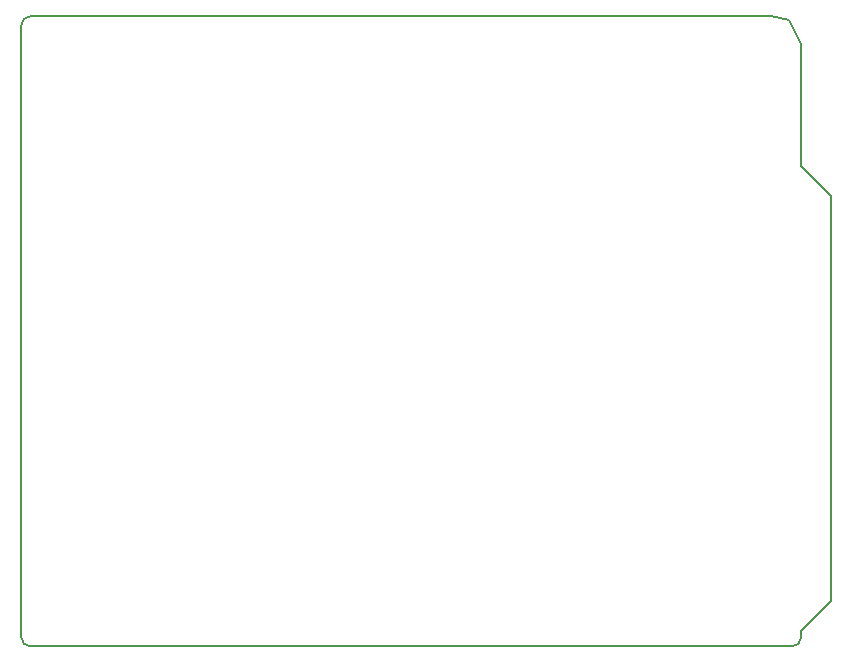
<source format=gbr>
%TF.GenerationSoftware,KiCad,Pcbnew,8.0.8*%
%TF.CreationDate,2025-02-04T08:02:38-07:00*%
%TF.ProjectId,Uno_Shield_ThermoPro,556e6f5f-5368-4696-956c-645f54686572,rev?*%
%TF.SameCoordinates,Original*%
%TF.FileFunction,Profile,NP*%
%FSLAX46Y46*%
G04 Gerber Fmt 4.6, Leading zero omitted, Abs format (unit mm)*
G04 Created by KiCad (PCBNEW 8.0.8) date 2025-02-04 08:02:38*
%MOMM*%
%LPD*%
G01*
G04 APERTURE LIST*
%TA.AperFunction,Profile*%
%ADD10C,0.150000*%
%TD*%
G04 APERTURE END LIST*
D10*
X163500000Y-46660000D02*
X165000000Y-47000000D01*
X166040000Y-49200000D02*
X166000000Y-49000000D01*
X166040000Y-59360000D02*
X168580000Y-61900000D01*
X100000000Y-99238000D02*
X100000000Y-47422000D01*
X165000000Y-47000000D02*
X166000000Y-49000000D01*
X168580000Y-61900000D02*
X168580000Y-96190000D01*
X165278000Y-100000000D02*
X100762000Y-100000000D01*
X100762000Y-46660000D02*
X163500000Y-46660000D01*
X100762000Y-100000000D02*
G75*
G02*
X100000000Y-99238000I0J762000D01*
G01*
X168580000Y-96190000D02*
X166040000Y-98730000D01*
X166040000Y-99238000D02*
G75*
G02*
X165278000Y-100000000I-762000J0D01*
G01*
X166040000Y-49200000D02*
X166040000Y-59360000D01*
X166040000Y-98730000D02*
X166040000Y-99238000D01*
X100000000Y-47422000D02*
G75*
G02*
X100762000Y-46660000I762000J0D01*
G01*
M02*

</source>
